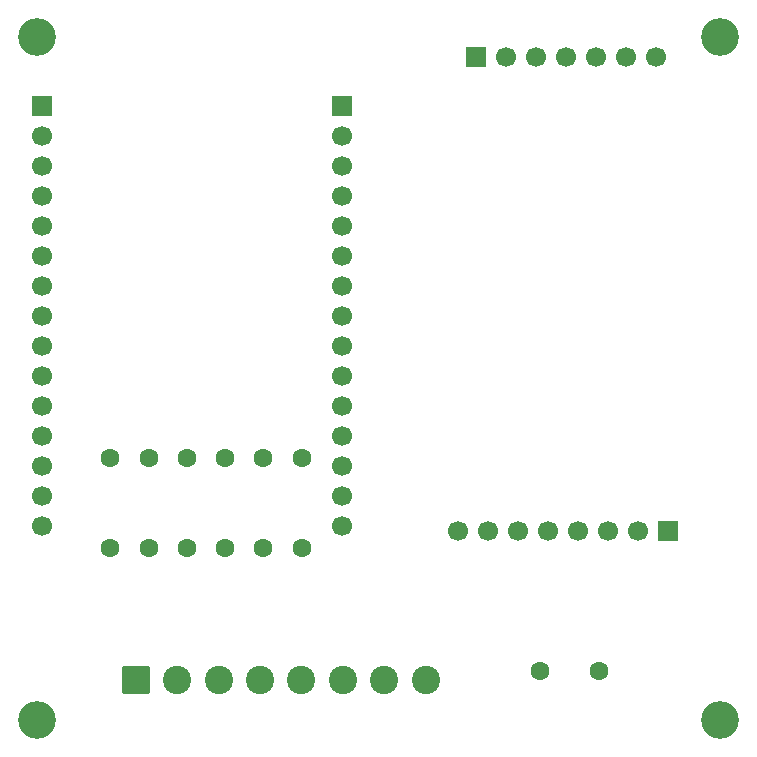
<source format=gts>
%TF.GenerationSoftware,KiCad,Pcbnew,9.0.5*%
%TF.CreationDate,2025-12-28T15:34:22+02:00*%
%TF.ProjectId,base-schematic-02,62617365-2d73-4636-9865-6d617469632d,rev?*%
%TF.SameCoordinates,Original*%
%TF.FileFunction,Soldermask,Top*%
%TF.FilePolarity,Negative*%
%FSLAX46Y46*%
G04 Gerber Fmt 4.6, Leading zero omitted, Abs format (unit mm)*
G04 Created by KiCad (PCBNEW 9.0.5) date 2025-12-28 15:34:22*
%MOMM*%
%LPD*%
G01*
G04 APERTURE LIST*
G04 Aperture macros list*
%AMRoundRect*
0 Rectangle with rounded corners*
0 $1 Rounding radius*
0 $2 $3 $4 $5 $6 $7 $8 $9 X,Y pos of 4 corners*
0 Add a 4 corners polygon primitive as box body*
4,1,4,$2,$3,$4,$5,$6,$7,$8,$9,$2,$3,0*
0 Add four circle primitives for the rounded corners*
1,1,$1+$1,$2,$3*
1,1,$1+$1,$4,$5*
1,1,$1+$1,$6,$7*
1,1,$1+$1,$8,$9*
0 Add four rect primitives between the rounded corners*
20,1,$1+$1,$2,$3,$4,$5,0*
20,1,$1+$1,$4,$5,$6,$7,0*
20,1,$1+$1,$6,$7,$8,$9,0*
20,1,$1+$1,$8,$9,$2,$3,0*%
G04 Aperture macros list end*
%ADD10R,1.700000X1.700000*%
%ADD11C,1.700000*%
%ADD12C,3.200000*%
%ADD13C,1.600000*%
%ADD14RoundRect,0.250001X-0.949999X-0.949999X0.949999X-0.949999X0.949999X0.949999X-0.949999X0.949999X0*%
%ADD15C,2.400000*%
G04 APERTURE END LIST*
D10*
%TO.C,J2*%
X79400000Y-59460000D03*
D11*
X79400000Y-62000000D03*
X79400000Y-64540000D03*
X79400000Y-67080000D03*
X79400000Y-69620000D03*
X79400000Y-72160000D03*
X79400000Y-74700000D03*
X79400000Y-77240000D03*
X79400000Y-79780000D03*
X79400000Y-82320000D03*
X79400000Y-84860000D03*
X79400000Y-87400000D03*
X79400000Y-89940000D03*
X79400000Y-92480000D03*
X79400000Y-95020000D03*
%TD*%
D10*
%TO.C,J1*%
X54000000Y-59460000D03*
D11*
X54000000Y-62000000D03*
X54000000Y-64540000D03*
X54000000Y-67080000D03*
X54000000Y-69620000D03*
X54000000Y-72160000D03*
X54000000Y-74700000D03*
X54000000Y-77240000D03*
X54000000Y-79780000D03*
X54000000Y-82320000D03*
X54000000Y-84860000D03*
X54000000Y-87400000D03*
X54000000Y-89940000D03*
X54000000Y-92480000D03*
X54000000Y-95020000D03*
%TD*%
D12*
%TO.C,H1*%
X53600000Y-53600000D03*
%TD*%
D13*
%TO.C,R2*%
X63053000Y-89255000D03*
X63053000Y-96875000D03*
%TD*%
%TO.C,R1*%
X59810000Y-89255000D03*
X59810000Y-96875000D03*
%TD*%
D10*
%TO.C,J3-DAC1*%
X90750000Y-55325000D03*
D11*
X93290000Y-55325000D03*
X95830000Y-55325000D03*
X98370000Y-55325000D03*
X100910000Y-55325000D03*
X103450000Y-55325000D03*
X105990000Y-55325000D03*
%TD*%
D12*
%TO.C,H4*%
X53600000Y-111400000D03*
%TD*%
D13*
%TO.C,R4*%
X69539000Y-89255000D03*
X69539000Y-96875000D03*
%TD*%
%TO.C,C2*%
X96160000Y-107270000D03*
X101160000Y-107270000D03*
%TD*%
%TO.C,R6*%
X76025000Y-89255000D03*
X76025000Y-96875000D03*
%TD*%
%TO.C,R5*%
X72782000Y-89255000D03*
X72782000Y-96875000D03*
%TD*%
%TO.C,R3*%
X66296000Y-89255000D03*
X66296000Y-96875000D03*
%TD*%
D14*
%TO.C,J4*%
X62000000Y-108000000D03*
D15*
X65500000Y-108000000D03*
X69000000Y-108000000D03*
X72500000Y-108000000D03*
X76000000Y-108000000D03*
X79500000Y-108000000D03*
X83000000Y-108000000D03*
X86500000Y-108000000D03*
%TD*%
D12*
%TO.C,H3*%
X111450000Y-111430000D03*
%TD*%
%TO.C,H2*%
X111400000Y-53600000D03*
%TD*%
D10*
%TO.C,J4-IMU1*%
X107009138Y-95394959D03*
D11*
X104469138Y-95394959D03*
X101929138Y-95394959D03*
X99389138Y-95394959D03*
X96849138Y-95394959D03*
X94309138Y-95394959D03*
X91769138Y-95394959D03*
X89229138Y-95394959D03*
%TD*%
M02*

</source>
